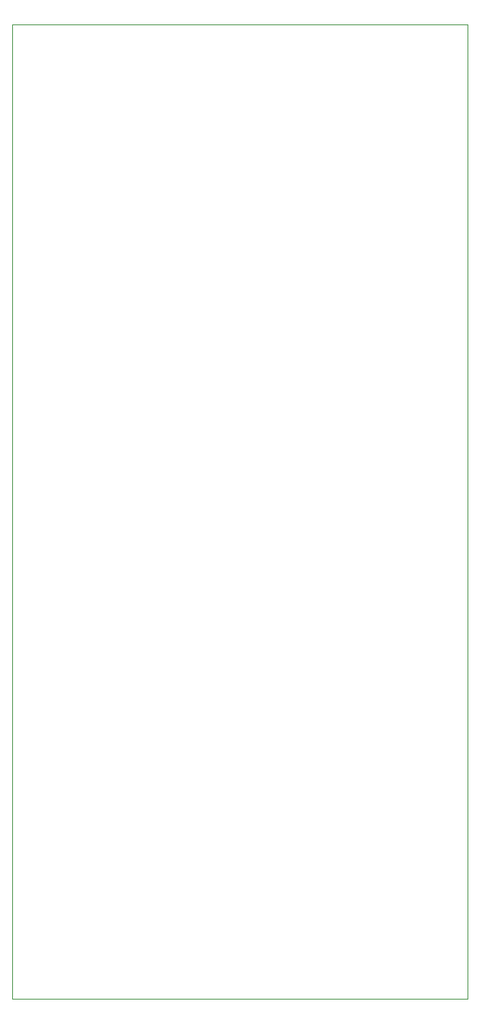
<source format=gbr>
%TF.GenerationSoftware,KiCad,Pcbnew,(5.0.1)-3*%
%TF.CreationDate,2019-09-01T21:44:56+01:00*%
%TF.ProjectId,Tap LFO v2,546170204C464F2076322E6B69636164,rev?*%
%TF.SameCoordinates,Original*%
%TF.FileFunction,Profile,NP*%
%FSLAX46Y46*%
G04 Gerber Fmt 4.6, Leading zero omitted, Abs format (unit mm)*
G04 Created by KiCad (PCBNEW (5.0.1)-3) date 01/09/2019 21:44:56*
%MOMM*%
%LPD*%
G01*
G04 APERTURE LIST*
%ADD10C,0.100000*%
G04 APERTURE END LIST*
D10*
X70500000Y-20000000D02*
X20000000Y-20000000D01*
X70500000Y-128000000D02*
X70500000Y-20000000D01*
X20000000Y-128000000D02*
X70500000Y-128000000D01*
X20000000Y-20000000D02*
X20000000Y-128000000D01*
M02*

</source>
